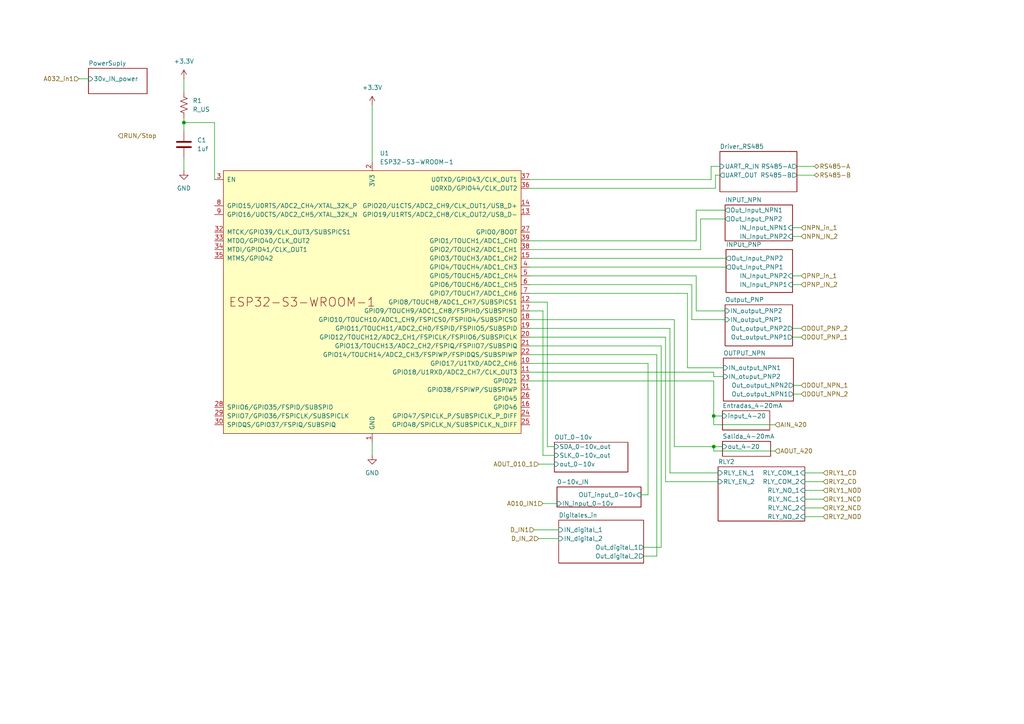
<source format=kicad_sch>
(kicad_sch
	(version 20231120)
	(generator "eeschema")
	(generator_version "8.0")
	(uuid "f979e933-804d-40be-b10f-ee25f17cf887")
	(paper "A4")
	(lib_symbols
		(symbol "Device:C"
			(pin_numbers hide)
			(pin_names
				(offset 0.254)
			)
			(exclude_from_sim no)
			(in_bom yes)
			(on_board yes)
			(property "Reference" "C"
				(at 0.635 2.54 0)
				(effects
					(font
						(size 1.27 1.27)
					)
					(justify left)
				)
			)
			(property "Value" "C"
				(at 0.635 -2.54 0)
				(effects
					(font
						(size 1.27 1.27)
					)
					(justify left)
				)
			)
			(property "Footprint" ""
				(at 0.9652 -3.81 0)
				(effects
					(font
						(size 1.27 1.27)
					)
					(hide yes)
				)
			)
			(property "Datasheet" "~"
				(at 0 0 0)
				(effects
					(font
						(size 1.27 1.27)
					)
					(hide yes)
				)
			)
			(property "Description" "Unpolarized capacitor"
				(at 0 0 0)
				(effects
					(font
						(size 1.27 1.27)
					)
					(hide yes)
				)
			)
			(property "ki_keywords" "cap capacitor"
				(at 0 0 0)
				(effects
					(font
						(size 1.27 1.27)
					)
					(hide yes)
				)
			)
			(property "ki_fp_filters" "C_*"
				(at 0 0 0)
				(effects
					(font
						(size 1.27 1.27)
					)
					(hide yes)
				)
			)
			(symbol "C_0_1"
				(polyline
					(pts
						(xy -2.032 -0.762) (xy 2.032 -0.762)
					)
					(stroke
						(width 0.508)
						(type default)
					)
					(fill
						(type none)
					)
				)
				(polyline
					(pts
						(xy -2.032 0.762) (xy 2.032 0.762)
					)
					(stroke
						(width 0.508)
						(type default)
					)
					(fill
						(type none)
					)
				)
			)
			(symbol "C_1_1"
				(pin passive line
					(at 0 3.81 270)
					(length 2.794)
					(name "~"
						(effects
							(font
								(size 1.27 1.27)
							)
						)
					)
					(number "1"
						(effects
							(font
								(size 1.27 1.27)
							)
						)
					)
				)
				(pin passive line
					(at 0 -3.81 90)
					(length 2.794)
					(name "~"
						(effects
							(font
								(size 1.27 1.27)
							)
						)
					)
					(number "2"
						(effects
							(font
								(size 1.27 1.27)
							)
						)
					)
				)
			)
		)
		(symbol "Device:R_US"
			(pin_numbers hide)
			(pin_names
				(offset 0)
			)
			(exclude_from_sim no)
			(in_bom yes)
			(on_board yes)
			(property "Reference" "R"
				(at 2.54 0 90)
				(effects
					(font
						(size 1.27 1.27)
					)
				)
			)
			(property "Value" "R_US"
				(at -2.54 0 90)
				(effects
					(font
						(size 1.27 1.27)
					)
				)
			)
			(property "Footprint" ""
				(at 1.016 -0.254 90)
				(effects
					(font
						(size 1.27 1.27)
					)
					(hide yes)
				)
			)
			(property "Datasheet" "~"
				(at 0 0 0)
				(effects
					(font
						(size 1.27 1.27)
					)
					(hide yes)
				)
			)
			(property "Description" "Resistor, US symbol"
				(at 0 0 0)
				(effects
					(font
						(size 1.27 1.27)
					)
					(hide yes)
				)
			)
			(property "ki_keywords" "R res resistor"
				(at 0 0 0)
				(effects
					(font
						(size 1.27 1.27)
					)
					(hide yes)
				)
			)
			(property "ki_fp_filters" "R_*"
				(at 0 0 0)
				(effects
					(font
						(size 1.27 1.27)
					)
					(hide yes)
				)
			)
			(symbol "R_US_0_1"
				(polyline
					(pts
						(xy 0 -2.286) (xy 0 -2.54)
					)
					(stroke
						(width 0)
						(type default)
					)
					(fill
						(type none)
					)
				)
				(polyline
					(pts
						(xy 0 2.286) (xy 0 2.54)
					)
					(stroke
						(width 0)
						(type default)
					)
					(fill
						(type none)
					)
				)
				(polyline
					(pts
						(xy 0 -0.762) (xy 1.016 -1.143) (xy 0 -1.524) (xy -1.016 -1.905) (xy 0 -2.286)
					)
					(stroke
						(width 0)
						(type default)
					)
					(fill
						(type none)
					)
				)
				(polyline
					(pts
						(xy 0 0.762) (xy 1.016 0.381) (xy 0 0) (xy -1.016 -0.381) (xy 0 -0.762)
					)
					(stroke
						(width 0)
						(type default)
					)
					(fill
						(type none)
					)
				)
				(polyline
					(pts
						(xy 0 2.286) (xy 1.016 1.905) (xy 0 1.524) (xy -1.016 1.143) (xy 0 0.762)
					)
					(stroke
						(width 0)
						(type default)
					)
					(fill
						(type none)
					)
				)
			)
			(symbol "R_US_1_1"
				(pin passive line
					(at 0 3.81 270)
					(length 1.27)
					(name "~"
						(effects
							(font
								(size 1.27 1.27)
							)
						)
					)
					(number "1"
						(effects
							(font
								(size 1.27 1.27)
							)
						)
					)
				)
				(pin passive line
					(at 0 -3.81 90)
					(length 1.27)
					(name "~"
						(effects
							(font
								(size 1.27 1.27)
							)
						)
					)
					(number "2"
						(effects
							(font
								(size 1.27 1.27)
							)
						)
					)
				)
			)
		)
		(symbol "PCM_Espressif:ESP32-S3-WROOM-1"
			(pin_names
				(offset 1.016)
			)
			(exclude_from_sim no)
			(in_bom yes)
			(on_board yes)
			(property "Reference" "U"
				(at -43.18 43.18 0)
				(effects
					(font
						(size 1.27 1.27)
					)
					(justify left)
				)
			)
			(property "Value" "ESP32-S3-WROOM-1"
				(at -43.18 40.64 0)
				(effects
					(font
						(size 1.27 1.27)
					)
					(justify left)
				)
			)
			(property "Footprint" "PCM_Espressif:ESP32-S3-WROOM-1"
				(at 2.54 -48.26 0)
				(effects
					(font
						(size 1.27 1.27)
					)
					(hide yes)
				)
			)
			(property "Datasheet" "https://www.espressif.com/sites/default/files/documentation/esp32-s3-wroom-1_wroom-1u_datasheet_en.pdf"
				(at 2.54 -50.8 0)
				(effects
					(font
						(size 1.27 1.27)
					)
					(hide yes)
				)
			)
			(property "Description" "2.4 GHz WiFi (802.11 b/g/n) and Bluetooth ® 5 (LE) module Built around ESP32S3 series of SoCs, Xtensa ® dualcore 32bit LX7 microprocessor Flash up to 16 MB, PSRAM up to 8 MB 36 GPIOs, rich set of peripherals Onboard PCB antenna"
				(at 0 0 0)
				(effects
					(font
						(size 1.27 1.27)
					)
					(hide yes)
				)
			)
			(symbol "ESP32-S3-WROOM-1_0_0"
				(text "ESP32-S3-WROOM-1"
					(at -20.32 0 0)
					(effects
						(font
							(size 2.54 2.54)
						)
					)
				)
				(pin power_in line
					(at 0 -40.64 90)
					(length 2.54)
					(name "GND"
						(effects
							(font
								(size 1.27 1.27)
							)
						)
					)
					(number "1"
						(effects
							(font
								(size 1.27 1.27)
							)
						)
					)
				)
				(pin bidirectional line
					(at 45.72 -17.78 180)
					(length 2.54)
					(name "GPIO17/U1TXD/ADC2_CH6"
						(effects
							(font
								(size 1.27 1.27)
							)
						)
					)
					(number "10"
						(effects
							(font
								(size 1.27 1.27)
							)
						)
					)
				)
				(pin bidirectional line
					(at 45.72 -20.32 180)
					(length 2.54)
					(name "GPIO18/U1RXD/ADC2_CH7/CLK_OUT3"
						(effects
							(font
								(size 1.27 1.27)
							)
						)
					)
					(number "11"
						(effects
							(font
								(size 1.27 1.27)
							)
						)
					)
				)
				(pin bidirectional line
					(at 45.72 0 180)
					(length 2.54)
					(name "GPIO8/TOUCH8/ADC1_CH7/SUBSPICS1"
						(effects
							(font
								(size 1.27 1.27)
							)
						)
					)
					(number "12"
						(effects
							(font
								(size 1.27 1.27)
							)
						)
					)
				)
				(pin bidirectional line
					(at 45.72 25.4 180)
					(length 2.54)
					(name "GPIO19/U1RTS/ADC2_CH8/CLK_OUT2/USB_D-"
						(effects
							(font
								(size 1.27 1.27)
							)
						)
					)
					(number "13"
						(effects
							(font
								(size 1.27 1.27)
							)
						)
					)
				)
				(pin bidirectional line
					(at 45.72 27.94 180)
					(length 2.54)
					(name "GPIO20/U1CTS/ADC2_CH9/CLK_OUT1/USB_D+"
						(effects
							(font
								(size 1.27 1.27)
							)
						)
					)
					(number "14"
						(effects
							(font
								(size 1.27 1.27)
							)
						)
					)
				)
				(pin bidirectional line
					(at 45.72 12.7 180)
					(length 2.54)
					(name "GPIO3/TOUCH3/ADC1_CH2"
						(effects
							(font
								(size 1.27 1.27)
							)
						)
					)
					(number "15"
						(effects
							(font
								(size 1.27 1.27)
							)
						)
					)
				)
				(pin bidirectional line
					(at 45.72 -30.48 180)
					(length 2.54)
					(name "GPIO46"
						(effects
							(font
								(size 1.27 1.27)
							)
						)
					)
					(number "16"
						(effects
							(font
								(size 1.27 1.27)
							)
						)
					)
				)
				(pin bidirectional line
					(at 45.72 -2.54 180)
					(length 2.54)
					(name "GPIO9/TOUCH9/ADC1_CH8/FSPIHD/SUBSPIHD"
						(effects
							(font
								(size 1.27 1.27)
							)
						)
					)
					(number "17"
						(effects
							(font
								(size 1.27 1.27)
							)
						)
					)
				)
				(pin bidirectional line
					(at 45.72 -5.08 180)
					(length 2.54)
					(name "GPIO10/TOUCH10/ADC1_CH9/FSPICS0/FSPIIO4/SUBSPICS0"
						(effects
							(font
								(size 1.27 1.27)
							)
						)
					)
					(number "18"
						(effects
							(font
								(size 1.27 1.27)
							)
						)
					)
				)
				(pin bidirectional line
					(at 45.72 -7.62 180)
					(length 2.54)
					(name "GPIO11/TOUCH11/ADC2_CH0/FSPID/FSPIIO5/SUBSPID"
						(effects
							(font
								(size 1.27 1.27)
							)
						)
					)
					(number "19"
						(effects
							(font
								(size 1.27 1.27)
							)
						)
					)
				)
				(pin power_in line
					(at 0 40.64 270)
					(length 2.54)
					(name "3V3"
						(effects
							(font
								(size 1.27 1.27)
							)
						)
					)
					(number "2"
						(effects
							(font
								(size 1.27 1.27)
							)
						)
					)
				)
				(pin bidirectional line
					(at 45.72 -10.16 180)
					(length 2.54)
					(name "GPIO12/TOUCH12/ADC2_CH1/FSPICLK/FSPIIO6/SUBSPICLK"
						(effects
							(font
								(size 1.27 1.27)
							)
						)
					)
					(number "20"
						(effects
							(font
								(size 1.27 1.27)
							)
						)
					)
				)
				(pin bidirectional line
					(at 45.72 -12.7 180)
					(length 2.54)
					(name "GPIO13/TOUCH13/ADC2_CH2/FSPIQ/FSPIIO7/SUBSPIQ"
						(effects
							(font
								(size 1.27 1.27)
							)
						)
					)
					(number "21"
						(effects
							(font
								(size 1.27 1.27)
							)
						)
					)
				)
				(pin bidirectional line
					(at 45.72 -15.24 180)
					(length 2.54)
					(name "GPIO14/TOUCH14/ADC2_CH3/FSPIWP/FSPIDQS/SUBSPIWP"
						(effects
							(font
								(size 1.27 1.27)
							)
						)
					)
					(number "22"
						(effects
							(font
								(size 1.27 1.27)
							)
						)
					)
				)
				(pin bidirectional line
					(at 45.72 -22.86 180)
					(length 2.54)
					(name "GPIO21"
						(effects
							(font
								(size 1.27 1.27)
							)
						)
					)
					(number "23"
						(effects
							(font
								(size 1.27 1.27)
							)
						)
					)
				)
				(pin bidirectional line
					(at 45.72 -33.02 180)
					(length 2.54)
					(name "GPIO47/SPICLK_P/SUBSPICLK_P_DIFF"
						(effects
							(font
								(size 1.27 1.27)
							)
						)
					)
					(number "24"
						(effects
							(font
								(size 1.27 1.27)
							)
						)
					)
				)
				(pin bidirectional line
					(at 45.72 -35.56 180)
					(length 2.54)
					(name "GPIO48/SPICLK_N/SUBSPICLK_N_DIFF"
						(effects
							(font
								(size 1.27 1.27)
							)
						)
					)
					(number "25"
						(effects
							(font
								(size 1.27 1.27)
							)
						)
					)
				)
				(pin bidirectional line
					(at 45.72 -27.94 180)
					(length 2.54)
					(name "GPIO45"
						(effects
							(font
								(size 1.27 1.27)
							)
						)
					)
					(number "26"
						(effects
							(font
								(size 1.27 1.27)
							)
						)
					)
				)
				(pin bidirectional line
					(at 45.72 20.32 180)
					(length 2.54)
					(name "GPIO0/BOOT"
						(effects
							(font
								(size 1.27 1.27)
							)
						)
					)
					(number "27"
						(effects
							(font
								(size 1.27 1.27)
							)
						)
					)
				)
				(pin bidirectional line
					(at -45.72 -30.48 0)
					(length 2.54)
					(name "SPIIO6/GPIO35/FSPID/SUBSPID"
						(effects
							(font
								(size 1.27 1.27)
							)
						)
					)
					(number "28"
						(effects
							(font
								(size 1.27 1.27)
							)
						)
					)
				)
				(pin bidirectional line
					(at -45.72 -33.02 0)
					(length 2.54)
					(name "SPIIO7/GPIO36/FSPICLK/SUBSPICLK"
						(effects
							(font
								(size 1.27 1.27)
							)
						)
					)
					(number "29"
						(effects
							(font
								(size 1.27 1.27)
							)
						)
					)
				)
				(pin input line
					(at -45.72 35.56 0)
					(length 2.54)
					(name "EN"
						(effects
							(font
								(size 1.27 1.27)
							)
						)
					)
					(number "3"
						(effects
							(font
								(size 1.27 1.27)
							)
						)
					)
				)
				(pin bidirectional line
					(at -45.72 -35.56 0)
					(length 2.54)
					(name "SPIDQS/GPIO37/FSPIQ/SUBSPIQ"
						(effects
							(font
								(size 1.27 1.27)
							)
						)
					)
					(number "30"
						(effects
							(font
								(size 1.27 1.27)
							)
						)
					)
				)
				(pin bidirectional line
					(at 45.72 -25.4 180)
					(length 2.54)
					(name "GPIO38/FSPIWP/SUBSPIWP"
						(effects
							(font
								(size 1.27 1.27)
							)
						)
					)
					(number "31"
						(effects
							(font
								(size 1.27 1.27)
							)
						)
					)
				)
				(pin bidirectional line
					(at -45.72 20.32 0)
					(length 2.54)
					(name "MTCK/GPIO39/CLK_OUT3/SUBSPICS1"
						(effects
							(font
								(size 1.27 1.27)
							)
						)
					)
					(number "32"
						(effects
							(font
								(size 1.27 1.27)
							)
						)
					)
				)
				(pin bidirectional line
					(at -45.72 17.78 0)
					(length 2.54)
					(name "MTDO/GPIO40/CLK_OUT2"
						(effects
							(font
								(size 1.27 1.27)
							)
						)
					)
					(number "33"
						(effects
							(font
								(size 1.27 1.27)
							)
						)
					)
				)
				(pin bidirectional line
					(at -45.72 15.24 0)
					(length 2.54)
					(name "MTDI/GPIO41/CLK_OUT1"
						(effects
							(font
								(size 1.27 1.27)
							)
						)
					)
					(number "34"
						(effects
							(font
								(size 1.27 1.27)
							)
						)
					)
				)
				(pin bidirectional line
					(at -45.72 12.7 0)
					(length 2.54)
					(name "MTMS/GPIO42"
						(effects
							(font
								(size 1.27 1.27)
							)
						)
					)
					(number "35"
						(effects
							(font
								(size 1.27 1.27)
							)
						)
					)
				)
				(pin bidirectional line
					(at 45.72 33.02 180)
					(length 2.54)
					(name "U0RXD/GPIO44/CLK_OUT2"
						(effects
							(font
								(size 1.27 1.27)
							)
						)
					)
					(number "36"
						(effects
							(font
								(size 1.27 1.27)
							)
						)
					)
				)
				(pin bidirectional line
					(at 45.72 35.56 180)
					(length 2.54)
					(name "U0TXD/GPIO43/CLK_OUT1"
						(effects
							(font
								(size 1.27 1.27)
							)
						)
					)
					(number "37"
						(effects
							(font
								(size 1.27 1.27)
							)
						)
					)
				)
				(pin bidirectional line
					(at 45.72 15.24 180)
					(length 2.54)
					(name "GPIO2/TOUCH2/ADC1_CH1"
						(effects
							(font
								(size 1.27 1.27)
							)
						)
					)
					(number "38"
						(effects
							(font
								(size 1.27 1.27)
							)
						)
					)
				)
				(pin bidirectional line
					(at 45.72 17.78 180)
					(length 2.54)
					(name "GPIO1/TOUCH1/ADC1_CH0"
						(effects
							(font
								(size 1.27 1.27)
							)
						)
					)
					(number "39"
						(effects
							(font
								(size 1.27 1.27)
							)
						)
					)
				)
				(pin bidirectional line
					(at 45.72 10.16 180)
					(length 2.54)
					(name "GPIO4/TOUCH4/ADC1_CH3"
						(effects
							(font
								(size 1.27 1.27)
							)
						)
					)
					(number "4"
						(effects
							(font
								(size 1.27 1.27)
							)
						)
					)
				)
				(pin passive line
					(at 0 -40.64 90)
					(length 2.54) hide
					(name "GND"
						(effects
							(font
								(size 1.27 1.27)
							)
						)
					)
					(number "40"
						(effects
							(font
								(size 1.27 1.27)
							)
						)
					)
				)
				(pin passive line
					(at 0 -40.64 90)
					(length 2.54) hide
					(name "GND"
						(effects
							(font
								(size 1.27 1.27)
							)
						)
					)
					(number "41"
						(effects
							(font
								(size 1.27 1.27)
							)
						)
					)
				)
				(pin bidirectional line
					(at 45.72 7.62 180)
					(length 2.54)
					(name "GPIO5/TOUCH5/ADC1_CH4"
						(effects
							(font
								(size 1.27 1.27)
							)
						)
					)
					(number "5"
						(effects
							(font
								(size 1.27 1.27)
							)
						)
					)
				)
				(pin bidirectional line
					(at 45.72 5.08 180)
					(length 2.54)
					(name "GPIO6/TOUCH6/ADC1_CH5"
						(effects
							(font
								(size 1.27 1.27)
							)
						)
					)
					(number "6"
						(effects
							(font
								(size 1.27 1.27)
							)
						)
					)
				)
				(pin bidirectional line
					(at 45.72 2.54 180)
					(length 2.54)
					(name "GPIO7/TOUCH7/ADC1_CH6"
						(effects
							(font
								(size 1.27 1.27)
							)
						)
					)
					(number "7"
						(effects
							(font
								(size 1.27 1.27)
							)
						)
					)
				)
				(pin bidirectional line
					(at -45.72 27.94 0)
					(length 2.54)
					(name "GPIO15/U0RTS/ADC2_CH4/XTAL_32K_P"
						(effects
							(font
								(size 1.27 1.27)
							)
						)
					)
					(number "8"
						(effects
							(font
								(size 1.27 1.27)
							)
						)
					)
				)
				(pin bidirectional line
					(at -45.72 25.4 0)
					(length 2.54)
					(name "GPIO16/U0CTS/ADC2_CH5/XTAL_32K_N"
						(effects
							(font
								(size 1.27 1.27)
							)
						)
					)
					(number "9"
						(effects
							(font
								(size 1.27 1.27)
							)
						)
					)
				)
			)
			(symbol "ESP32-S3-WROOM-1_0_1"
				(rectangle
					(start -43.18 38.1)
					(end 43.18 -38.1)
					(stroke
						(width 0)
						(type default)
					)
					(fill
						(type background)
					)
				)
			)
		)
		(symbol "power:+3.3V"
			(power)
			(pin_numbers hide)
			(pin_names
				(offset 0) hide)
			(exclude_from_sim no)
			(in_bom yes)
			(on_board yes)
			(property "Reference" "#PWR"
				(at 0 -3.81 0)
				(effects
					(font
						(size 1.27 1.27)
					)
					(hide yes)
				)
			)
			(property "Value" "+3.3V"
				(at 0 3.556 0)
				(effects
					(font
						(size 1.27 1.27)
					)
				)
			)
			(property "Footprint" ""
				(at 0 0 0)
				(effects
					(font
						(size 1.27 1.27)
					)
					(hide yes)
				)
			)
			(property "Datasheet" ""
				(at 0 0 0)
				(effects
					(font
						(size 1.27 1.27)
					)
					(hide yes)
				)
			)
			(property "Description" "Power symbol creates a global label with name \"+3.3V\""
				(at 0 0 0)
				(effects
					(font
						(size 1.27 1.27)
					)
					(hide yes)
				)
			)
			(property "ki_keywords" "global power"
				(at 0 0 0)
				(effects
					(font
						(size 1.27 1.27)
					)
					(hide yes)
				)
			)
			(symbol "+3.3V_0_1"
				(polyline
					(pts
						(xy -0.762 1.27) (xy 0 2.54)
					)
					(stroke
						(width 0)
						(type default)
					)
					(fill
						(type none)
					)
				)
				(polyline
					(pts
						(xy 0 0) (xy 0 2.54)
					)
					(stroke
						(width 0)
						(type default)
					)
					(fill
						(type none)
					)
				)
				(polyline
					(pts
						(xy 0 2.54) (xy 0.762 1.27)
					)
					(stroke
						(width 0)
						(type default)
					)
					(fill
						(type none)
					)
				)
			)
			(symbol "+3.3V_1_1"
				(pin power_in line
					(at 0 0 90)
					(length 0)
					(name "~"
						(effects
							(font
								(size 1.27 1.27)
							)
						)
					)
					(number "1"
						(effects
							(font
								(size 1.27 1.27)
							)
						)
					)
				)
			)
		)
		(symbol "power:GND"
			(power)
			(pin_numbers hide)
			(pin_names
				(offset 0) hide)
			(exclude_from_sim no)
			(in_bom yes)
			(on_board yes)
			(property "Reference" "#PWR"
				(at 0 -6.35 0)
				(effects
					(font
						(size 1.27 1.27)
					)
					(hide yes)
				)
			)
			(property "Value" "GND"
				(at 0 -3.81 0)
				(effects
					(font
						(size 1.27 1.27)
					)
				)
			)
			(property "Footprint" ""
				(at 0 0 0)
				(effects
					(font
						(size 1.27 1.27)
					)
					(hide yes)
				)
			)
			(property "Datasheet" ""
				(at 0 0 0)
				(effects
					(font
						(size 1.27 1.27)
					)
					(hide yes)
				)
			)
			(property "Description" "Power symbol creates a global label with name \"GND\" , ground"
				(at 0 0 0)
				(effects
					(font
						(size 1.27 1.27)
					)
					(hide yes)
				)
			)
			(property "ki_keywords" "global power"
				(at 0 0 0)
				(effects
					(font
						(size 1.27 1.27)
					)
					(hide yes)
				)
			)
			(symbol "GND_0_1"
				(polyline
					(pts
						(xy 0 0) (xy 0 -1.27) (xy 1.27 -1.27) (xy 0 -2.54) (xy -1.27 -1.27) (xy 0 -1.27)
					)
					(stroke
						(width 0)
						(type default)
					)
					(fill
						(type none)
					)
				)
			)
			(symbol "GND_1_1"
				(pin power_in line
					(at 0 0 270)
					(length 0)
					(name "~"
						(effects
							(font
								(size 1.27 1.27)
							)
						)
					)
					(number "1"
						(effects
							(font
								(size 1.27 1.27)
							)
						)
					)
				)
			)
		)
	)
	(junction
		(at 53.34 35.56)
		(diameter 0)
		(color 0 0 0 0)
		(uuid "01513719-d812-49cc-9465-2d2668fdd495")
	)
	(junction
		(at 207.01 120.65)
		(diameter 0)
		(color 0 0 0 0)
		(uuid "5308cc64-21b9-4668-87ff-c12ca18112e9")
	)
	(junction
		(at 207.01 129.54)
		(diameter 0)
		(color 0 0 0 0)
		(uuid "b7969b88-151e-441e-aa65-8a19b44d9e2a")
	)
	(wire
		(pts
			(xy 207.01 110.49) (xy 207.01 120.65)
		)
		(stroke
			(width 0)
			(type default)
		)
		(uuid "05908759-6b62-4b5b-b395-78d8526e9fe4")
	)
	(wire
		(pts
			(xy 153.67 107.95) (xy 207.01 107.95)
		)
		(stroke
			(width 0)
			(type default)
		)
		(uuid "0c6272c9-d99a-4fce-93cc-01e201d47b02")
	)
	(wire
		(pts
			(xy 233.426 137.16) (xy 238.76 137.16)
		)
		(stroke
			(width 0)
			(type default)
		)
		(uuid "0e60d6f7-f0da-41db-825d-dc8deee929cb")
	)
	(wire
		(pts
			(xy 229.87 95.25) (xy 232.41 95.25)
		)
		(stroke
			(width 0)
			(type default)
		)
		(uuid "102e55ca-8e05-4ca7-b076-987fed25f689")
	)
	(wire
		(pts
			(xy 153.67 85.09) (xy 199.39 85.09)
		)
		(stroke
			(width 0)
			(type default)
		)
		(uuid "1922a629-7c2e-4083-8727-07524c06a8f1")
	)
	(wire
		(pts
			(xy 206.248 52.07) (xy 153.67 52.07)
		)
		(stroke
			(width 0)
			(type default)
		)
		(uuid "1927ae79-1436-43f4-8f6a-4591e3facf5d")
	)
	(wire
		(pts
			(xy 158.75 129.54) (xy 160.782 129.54)
		)
		(stroke
			(width 0)
			(type default)
		)
		(uuid "19665441-8536-4a6b-8c26-0ddc58f972ec")
	)
	(wire
		(pts
			(xy 153.67 90.17) (xy 157.48 90.17)
		)
		(stroke
			(width 0)
			(type default)
		)
		(uuid "1be64f9a-c22b-4463-92d2-49cf2c5a0bf4")
	)
	(wire
		(pts
			(xy 229.87 66.04) (xy 232.41 66.04)
		)
		(stroke
			(width 0)
			(type default)
		)
		(uuid "234d3f82-99af-44a0-8c9e-c88110707db4")
	)
	(wire
		(pts
			(xy 200.66 92.71) (xy 200.66 82.55)
		)
		(stroke
			(width 0)
			(type default)
		)
		(uuid "2781d7a4-b22d-44b0-9562-21274095d02f")
	)
	(wire
		(pts
			(xy 224.79 123.19) (xy 207.01 123.19)
		)
		(stroke
			(width 0)
			(type default)
		)
		(uuid "27a83129-0b06-4ac3-ba6a-164607a69efb")
	)
	(wire
		(pts
			(xy 201.93 60.96) (xy 201.93 69.85)
		)
		(stroke
			(width 0)
			(type default)
		)
		(uuid "295cd8c4-4a64-4a91-9359-bf3198c73ab6")
	)
	(wire
		(pts
			(xy 186.69 158.75) (xy 191.77 158.75)
		)
		(stroke
			(width 0)
			(type default)
		)
		(uuid "2a93b850-1a03-44c9-87ad-74a5479fd03f")
	)
	(wire
		(pts
			(xy 194.31 95.25) (xy 194.31 137.16)
		)
		(stroke
			(width 0)
			(type default)
		)
		(uuid "2abffddb-a146-4d80-8608-5f120b4712e2")
	)
	(wire
		(pts
			(xy 53.34 35.56) (xy 53.34 38.1)
		)
		(stroke
			(width 0)
			(type default)
		)
		(uuid "2e0fc321-bff8-4ed3-8e93-efe14ebebe5b")
	)
	(wire
		(pts
			(xy 62.23 35.56) (xy 53.34 35.56)
		)
		(stroke
			(width 0)
			(type default)
		)
		(uuid "318da6d4-a220-4367-8d3a-e21822e3f5ae")
	)
	(wire
		(pts
			(xy 201.93 80.01) (xy 153.67 80.01)
		)
		(stroke
			(width 0)
			(type default)
		)
		(uuid "3341c7d3-63f8-4f46-a55d-d0537126f584")
	)
	(wire
		(pts
			(xy 203.2 63.5) (xy 210.312 63.5)
		)
		(stroke
			(width 0)
			(type default)
		)
		(uuid "335bc77d-8ad8-4ab9-8a7c-7eed65b16efa")
	)
	(wire
		(pts
			(xy 230.124 114.3) (xy 232.41 114.3)
		)
		(stroke
			(width 0)
			(type default)
		)
		(uuid "35ff120d-430c-4f54-945f-41b20fe4de1b")
	)
	(wire
		(pts
			(xy 207.01 107.95) (xy 207.01 109.22)
		)
		(stroke
			(width 0)
			(type default)
		)
		(uuid "3bffa7ac-08e9-4e7e-8f33-268c18209735")
	)
	(wire
		(pts
			(xy 229.87 80.01) (xy 232.41 80.01)
		)
		(stroke
			(width 0)
			(type default)
		)
		(uuid "3ee12d29-7e93-4a25-862c-1194a99424b4")
	)
	(wire
		(pts
			(xy 231.14 50.8) (xy 236.22 50.8)
		)
		(stroke
			(width 0)
			(type default)
		)
		(uuid "40fc9187-d40f-47bc-ad01-8fbbf90b94e4")
	)
	(wire
		(pts
			(xy 206.248 48.26) (xy 206.248 52.07)
		)
		(stroke
			(width 0)
			(type default)
		)
		(uuid "42c3c870-e88a-4c66-8d3b-ca365527bcda")
	)
	(wire
		(pts
			(xy 187.96 105.41) (xy 187.96 143.51)
		)
		(stroke
			(width 0)
			(type default)
		)
		(uuid "43f181b2-638c-48c2-940c-195ab56b731c")
	)
	(wire
		(pts
			(xy 153.67 102.87) (xy 190.5 102.87)
		)
		(stroke
			(width 0)
			(type default)
		)
		(uuid "4bdf7e28-dc4d-4a32-aea7-fb3d516a205b")
	)
	(wire
		(pts
			(xy 201.93 69.85) (xy 153.67 69.85)
		)
		(stroke
			(width 0)
			(type default)
		)
		(uuid "4ccc2253-a114-40b5-b48e-75acd6c8a2c7")
	)
	(wire
		(pts
			(xy 107.95 128.27) (xy 107.95 132.08)
		)
		(stroke
			(width 0)
			(type default)
		)
		(uuid "4eb08ed6-8c24-4c4d-baed-773f9ff4d738")
	)
	(wire
		(pts
			(xy 186.69 161.29) (xy 190.5 161.29)
		)
		(stroke
			(width 0)
			(type default)
		)
		(uuid "52e396f4-364e-41ba-9ae7-81415f4edd88")
	)
	(wire
		(pts
			(xy 210.312 92.71) (xy 200.66 92.71)
		)
		(stroke
			(width 0)
			(type default)
		)
		(uuid "567b0e39-f591-4d54-b845-764ee36a7456")
	)
	(wire
		(pts
			(xy 207.518 50.8) (xy 207.518 54.61)
		)
		(stroke
			(width 0)
			(type default)
		)
		(uuid "5b345242-537d-4c96-bedb-1937739d7b31")
	)
	(wire
		(pts
			(xy 153.67 100.33) (xy 191.77 100.33)
		)
		(stroke
			(width 0)
			(type default)
		)
		(uuid "63c3f159-63a2-4f5f-b54e-acdca4685a3c")
	)
	(wire
		(pts
			(xy 231.14 48.26) (xy 236.22 48.26)
		)
		(stroke
			(width 0)
			(type default)
		)
		(uuid "63f1047b-4ee6-4a6a-9105-5550ca1e55b6")
	)
	(wire
		(pts
			(xy 229.87 82.55) (xy 232.41 82.55)
		)
		(stroke
			(width 0)
			(type default)
		)
		(uuid "640936f4-91da-441d-952c-c33f79188925")
	)
	(wire
		(pts
			(xy 157.48 90.17) (xy 157.48 132.08)
		)
		(stroke
			(width 0)
			(type default)
		)
		(uuid "6d0d5494-5c96-4605-9f3a-2fb270864656")
	)
	(wire
		(pts
			(xy 207.01 120.65) (xy 209.55 120.65)
		)
		(stroke
			(width 0)
			(type default)
		)
		(uuid "791ea754-2229-4162-afa5-4af9422ceacb")
	)
	(wire
		(pts
			(xy 185.928 143.51) (xy 187.96 143.51)
		)
		(stroke
			(width 0)
			(type default)
		)
		(uuid "79218f34-3269-4c19-a5f8-7c912e629539")
	)
	(wire
		(pts
			(xy 195.58 129.54) (xy 207.01 129.54)
		)
		(stroke
			(width 0)
			(type default)
		)
		(uuid "7a5dc476-9810-47da-b77b-1143f7f4dc48")
	)
	(wire
		(pts
			(xy 53.34 34.29) (xy 53.34 35.56)
		)
		(stroke
			(width 0)
			(type default)
		)
		(uuid "7d319066-2b07-43b0-a884-349d6c60acd3")
	)
	(wire
		(pts
			(xy 229.87 97.79) (xy 232.41 97.79)
		)
		(stroke
			(width 0)
			(type default)
		)
		(uuid "8a466ad3-dab2-4d85-93cb-b39b37fe6118")
	)
	(wire
		(pts
			(xy 224.79 130.81) (xy 207.01 130.81)
		)
		(stroke
			(width 0)
			(type default)
		)
		(uuid "8b4474d1-d0a5-44d7-8b68-5fa256da9e87")
	)
	(wire
		(pts
			(xy 207.518 54.61) (xy 153.67 54.61)
		)
		(stroke
			(width 0)
			(type default)
		)
		(uuid "8c2868d1-f7dc-48f9-ad8e-3f600baef9cb")
	)
	(wire
		(pts
			(xy 201.93 90.17) (xy 201.93 80.01)
		)
		(stroke
			(width 0)
			(type default)
		)
		(uuid "8e1b3e5f-2ee3-4117-96a7-061a58aa7bcd")
	)
	(wire
		(pts
			(xy 206.248 48.26) (xy 208.788 48.26)
		)
		(stroke
			(width 0)
			(type default)
		)
		(uuid "90aa7146-03f4-4abc-8dfa-ae4f7c858fb4")
	)
	(wire
		(pts
			(xy 154.94 153.67) (xy 162.052 153.67)
		)
		(stroke
			(width 0)
			(type default)
		)
		(uuid "91b0ef0a-cfa6-44b0-aeff-f9533c5dd134")
	)
	(wire
		(pts
			(xy 153.67 110.49) (xy 207.01 110.49)
		)
		(stroke
			(width 0)
			(type default)
		)
		(uuid "9c5da71b-7051-46d6-9884-caf3bb8f7a97")
	)
	(wire
		(pts
			(xy 230.124 111.76) (xy 232.41 111.76)
		)
		(stroke
			(width 0)
			(type default)
		)
		(uuid "9f8bafe3-9007-41ee-a227-a7df4d55b576")
	)
	(wire
		(pts
			(xy 200.66 82.55) (xy 153.67 82.55)
		)
		(stroke
			(width 0)
			(type default)
		)
		(uuid "a1102e61-5e35-49dc-af1d-7edaf627cacd")
	)
	(wire
		(pts
			(xy 190.5 102.87) (xy 190.5 161.29)
		)
		(stroke
			(width 0)
			(type default)
		)
		(uuid "a169a2be-6747-4188-9af0-7fd2e875f6f7")
	)
	(wire
		(pts
			(xy 207.01 109.22) (xy 209.804 109.22)
		)
		(stroke
			(width 0)
			(type default)
		)
		(uuid "a2862150-338c-47c7-9b32-11bab0451960")
	)
	(wire
		(pts
			(xy 233.426 147.32) (xy 238.76 147.32)
		)
		(stroke
			(width 0)
			(type default)
		)
		(uuid "a2887a1c-653c-403c-bd21-2bbbbff75956")
	)
	(wire
		(pts
			(xy 156.21 156.21) (xy 162.052 156.21)
		)
		(stroke
			(width 0)
			(type default)
		)
		(uuid "a51acdf9-610e-4d48-95fb-4bfef75452ec")
	)
	(wire
		(pts
			(xy 207.01 129.54) (xy 209.55 129.54)
		)
		(stroke
			(width 0)
			(type default)
		)
		(uuid "a6bed8c4-c9ff-4a2c-bc0a-a20f0cd5caf0")
	)
	(wire
		(pts
			(xy 153.67 74.93) (xy 210.566 74.93)
		)
		(stroke
			(width 0)
			(type default)
		)
		(uuid "a8fe78b6-d8dd-46e2-8d4d-f573b6ec5814")
	)
	(wire
		(pts
			(xy 201.93 60.96) (xy 210.312 60.96)
		)
		(stroke
			(width 0)
			(type default)
		)
		(uuid "aa3edca7-c2b5-42b6-b085-e09b29b37e14")
	)
	(wire
		(pts
			(xy 210.312 90.17) (xy 201.93 90.17)
		)
		(stroke
			(width 0)
			(type default)
		)
		(uuid "aa615fab-590b-4cec-ba06-88e68bb8a5f0")
	)
	(wire
		(pts
			(xy 207.01 130.81) (xy 207.01 129.54)
		)
		(stroke
			(width 0)
			(type default)
		)
		(uuid "ab06eab2-df19-4dce-b9f1-8a6de1725039")
	)
	(wire
		(pts
			(xy 191.77 100.33) (xy 191.77 158.75)
		)
		(stroke
			(width 0)
			(type default)
		)
		(uuid "ab31a462-68cd-4182-b7e3-8198bc806489")
	)
	(wire
		(pts
			(xy 153.67 105.41) (xy 187.96 105.41)
		)
		(stroke
			(width 0)
			(type default)
		)
		(uuid "b00f1696-fa44-41d4-9fc7-378e246c1888")
	)
	(wire
		(pts
			(xy 233.426 139.7) (xy 238.76 139.7)
		)
		(stroke
			(width 0)
			(type default)
		)
		(uuid "b11260f0-96e9-42f5-a59e-38370136f417")
	)
	(wire
		(pts
			(xy 229.87 68.58) (xy 232.41 68.58)
		)
		(stroke
			(width 0)
			(type default)
		)
		(uuid "b3c3a74c-7e3e-4866-9dc4-bfb59e2d4a12")
	)
	(wire
		(pts
			(xy 158.75 87.63) (xy 158.75 129.54)
		)
		(stroke
			(width 0)
			(type default)
		)
		(uuid "b5299d18-7759-471f-804b-449941f1f49d")
	)
	(wire
		(pts
			(xy 153.67 95.25) (xy 194.31 95.25)
		)
		(stroke
			(width 0)
			(type default)
		)
		(uuid "b7c36738-a2cb-4ad6-83c2-9b8ad8e7f325")
	)
	(wire
		(pts
			(xy 194.31 137.16) (xy 208.28 137.16)
		)
		(stroke
			(width 0)
			(type default)
		)
		(uuid "b892c58a-6de3-4e74-8d74-d875ae6986aa")
	)
	(wire
		(pts
			(xy 207.518 50.8) (xy 208.788 50.8)
		)
		(stroke
			(width 0)
			(type default)
		)
		(uuid "b90fdd3b-741e-41e3-854b-4b3b429e0188")
	)
	(wire
		(pts
			(xy 233.426 144.78) (xy 238.76 144.78)
		)
		(stroke
			(width 0)
			(type default)
		)
		(uuid "b916bcac-3221-494c-ad71-d5f69021ad41")
	)
	(wire
		(pts
			(xy 233.426 149.86) (xy 238.76 149.86)
		)
		(stroke
			(width 0)
			(type default)
		)
		(uuid "bd6267a7-f16a-4c12-b51a-d58a963d5dae")
	)
	(wire
		(pts
			(xy 203.2 72.39) (xy 153.67 72.39)
		)
		(stroke
			(width 0)
			(type default)
		)
		(uuid "bfe79a99-e5c5-404a-b8b4-b204553e3fbe")
	)
	(wire
		(pts
			(xy 193.04 139.7) (xy 208.28 139.7)
		)
		(stroke
			(width 0)
			(type default)
		)
		(uuid "cad5d09b-3e4c-4c53-8312-0382871138d3")
	)
	(wire
		(pts
			(xy 22.86 22.86) (xy 25.654 22.86)
		)
		(stroke
			(width 0)
			(type default)
		)
		(uuid "cf8ccb86-245d-482c-b964-6234301726ff")
	)
	(wire
		(pts
			(xy 207.01 120.65) (xy 207.01 123.19)
		)
		(stroke
			(width 0)
			(type default)
		)
		(uuid "d201eda6-f2cf-4669-bb70-b970506e6efa")
	)
	(wire
		(pts
			(xy 156.21 134.62) (xy 160.782 134.62)
		)
		(stroke
			(width 0)
			(type default)
		)
		(uuid "d2b03a64-4da5-4e01-89eb-ee54c76d6877")
	)
	(wire
		(pts
			(xy 53.34 22.86) (xy 53.34 26.67)
		)
		(stroke
			(width 0)
			(type default)
		)
		(uuid "d380735d-19fc-4ce9-bdfd-713e74c5d0cf")
	)
	(wire
		(pts
			(xy 233.426 142.24) (xy 238.76 142.24)
		)
		(stroke
			(width 0)
			(type default)
		)
		(uuid "d3b11e78-a927-45fe-a928-3d9cdc636172")
	)
	(wire
		(pts
			(xy 153.67 92.71) (xy 195.58 92.71)
		)
		(stroke
			(width 0)
			(type default)
		)
		(uuid "d7c6b745-08a3-4cc8-95b3-e5a9017738bf")
	)
	(wire
		(pts
			(xy 195.58 92.71) (xy 195.58 129.54)
		)
		(stroke
			(width 0)
			(type default)
		)
		(uuid "d883a385-6a4d-4083-8c15-394ff563bf9c")
	)
	(wire
		(pts
			(xy 153.67 97.79) (xy 193.04 97.79)
		)
		(stroke
			(width 0)
			(type default)
		)
		(uuid "da74ed10-a14a-4958-837b-1c8a52ff450c")
	)
	(wire
		(pts
			(xy 153.67 77.47) (xy 210.566 77.47)
		)
		(stroke
			(width 0)
			(type default)
		)
		(uuid "dba03206-e06e-42a1-b1fa-4acf8995c970")
	)
	(wire
		(pts
			(xy 193.04 97.79) (xy 193.04 139.7)
		)
		(stroke
			(width 0)
			(type default)
		)
		(uuid "de69659f-4b91-40e2-9a52-ad3c5d73c4b1")
	)
	(wire
		(pts
			(xy 199.39 85.09) (xy 199.39 106.68)
		)
		(stroke
			(width 0)
			(type default)
		)
		(uuid "e2c4b174-4675-4c23-a0b9-9a4fb7d6e769")
	)
	(wire
		(pts
			(xy 153.67 87.63) (xy 158.75 87.63)
		)
		(stroke
			(width 0)
			(type default)
		)
		(uuid "e5ef4db0-8559-4a6b-9c5b-8fade6e9dc3e")
	)
	(wire
		(pts
			(xy 62.23 35.56) (xy 62.23 52.07)
		)
		(stroke
			(width 0)
			(type default)
		)
		(uuid "f6064ca8-4004-4d7e-94f6-905af36ad6d6")
	)
	(wire
		(pts
			(xy 107.95 30.48) (xy 107.95 46.99)
		)
		(stroke
			(width 0)
			(type default)
		)
		(uuid "f61dc268-1fae-4d62-aa55-74c9e86fdfc8")
	)
	(wire
		(pts
			(xy 203.2 63.5) (xy 203.2 72.39)
		)
		(stroke
			(width 0)
			(type default)
		)
		(uuid "f6af3981-a68d-4e42-8d51-fc562b89c283")
	)
	(wire
		(pts
			(xy 199.39 106.68) (xy 209.804 106.68)
		)
		(stroke
			(width 0)
			(type default)
		)
		(uuid "f89f9cf8-7d3f-4346-bc69-5feea7474e38")
	)
	(wire
		(pts
			(xy 157.48 132.08) (xy 160.782 132.08)
		)
		(stroke
			(width 0)
			(type default)
		)
		(uuid "f8d1d7c8-f154-455b-af60-79eca350d9a0")
	)
	(wire
		(pts
			(xy 157.48 146.05) (xy 161.544 146.05)
		)
		(stroke
			(width 0)
			(type default)
		)
		(uuid "fd9fb620-80cd-4b89-bc89-8445b53534b8")
	)
	(wire
		(pts
			(xy 53.34 45.72) (xy 53.34 49.53)
		)
		(stroke
			(width 0)
			(type default)
		)
		(uuid "ff29c954-f625-462f-b1c9-92c7bb0670c3")
	)
	(hierarchical_label "RLY2_NOD"
		(shape input)
		(at 238.76 149.86 0)
		(fields_autoplaced yes)
		(effects
			(font
				(size 1.27 1.27)
			)
			(justify left)
		)
		(uuid "099ac942-290a-4a68-814d-dc8dbba99426")
	)
	(hierarchical_label "NPN_IN_2"
		(shape input)
		(at 232.41 68.58 0)
		(fields_autoplaced yes)
		(effects
			(font
				(size 1.27 1.27)
			)
			(justify left)
		)
		(uuid "1ee5c69a-b015-41df-be59-8ddc6d85a615")
	)
	(hierarchical_label "PNP_in_1"
		(shape input)
		(at 232.41 80.01 0)
		(fields_autoplaced yes)
		(effects
			(font
				(size 1.27 1.27)
			)
			(justify left)
		)
		(uuid "20c03749-a70a-4443-b948-2e8edae2217b")
	)
	(hierarchical_label "AOUT_420"
		(shape input)
		(at 224.79 130.81 0)
		(fields_autoplaced yes)
		(effects
			(font
				(size 1.27 1.27)
			)
			(justify left)
		)
		(uuid "392037da-b333-43c2-94ba-2a4c592923d9")
	)
	(hierarchical_label "RLY1_NOD"
		(shape input)
		(at 238.76 142.24 0)
		(fields_autoplaced yes)
		(effects
			(font
				(size 1.27 1.27)
			)
			(justify left)
		)
		(uuid "3dca6143-7f21-4a49-9de0-4f37b244daec")
	)
	(hierarchical_label "DOUT_NPN_2"
		(shape input)
		(at 232.41 114.3 0)
		(fields_autoplaced yes)
		(effects
			(font
				(size 1.27 1.27)
			)
			(justify left)
		)
		(uuid "3f4bbd3e-9ad0-4261-9aa3-062375993cf8")
	)
	(hierarchical_label "AIN_420"
		(shape input)
		(at 224.79 123.19 0)
		(fields_autoplaced yes)
		(effects
			(font
				(size 1.27 1.27)
			)
			(justify left)
		)
		(uuid "43fedcf7-2aa7-41e9-b487-fd9a12595414")
	)
	(hierarchical_label "A010_IN1"
		(shape input)
		(at 157.48 146.05 180)
		(fields_autoplaced yes)
		(effects
			(font
				(size 1.27 1.27)
			)
			(justify right)
		)
		(uuid "48a9a51a-5fde-400d-8fe7-1c26b9f62bbb")
	)
	(hierarchical_label "PNP_IN_2"
		(shape input)
		(at 232.41 82.55 0)
		(fields_autoplaced yes)
		(effects
			(font
				(size 1.27 1.27)
			)
			(justify left)
		)
		(uuid "50463eae-b867-4d69-9683-9a69d7adc745")
	)
	(hierarchical_label "RLY1_CD"
		(shape input)
		(at 238.76 137.16 0)
		(fields_autoplaced yes)
		(effects
			(font
				(size 1.27 1.27)
			)
			(justify left)
		)
		(uuid "582b1dd8-c9a8-4097-8efc-ef8226e36526")
	)
	(hierarchical_label "AOUT_010_1"
		(shape input)
		(at 156.21 134.62 180)
		(fields_autoplaced yes)
		(effects
			(font
				(size 1.27 1.27)
			)
			(justify right)
		)
		(uuid "5e1d91ae-0a93-4e69-aa8f-118fcc17a1cd")
	)
	(hierarchical_label "RLY2_NCD"
		(shape input)
		(at 238.76 147.32 0)
		(fields_autoplaced yes)
		(effects
			(font
				(size 1.27 1.27)
			)
			(justify left)
		)
		(uuid "70e393c0-3f85-4ff7-a695-6c3f82ed9a74")
	)
	(hierarchical_label "DOUT_PNP_1"
		(shape input)
		(at 232.41 97.79 0)
		(fields_autoplaced yes)
		(effects
			(font
				(size 1.27 1.27)
			)
			(justify left)
		)
		(uuid "7b1637be-bb42-4f9d-a8ca-65cba31dd700")
	)
	(hierarchical_label "RLY2_CD"
		(shape input)
		(at 238.76 139.7 0)
		(fields_autoplaced yes)
		(effects
			(font
				(size 1.27 1.27)
			)
			(justify left)
		)
		(uuid "7b6a6679-e39c-4953-bf2e-388a44510923")
	)
	(hierarchical_label "NPN_in_1"
		(shape input)
		(at 232.41 66.04 0)
		(fields_autoplaced yes)
		(effects
			(font
				(size 1.27 1.27)
			)
			(justify left)
		)
		(uuid "93989989-bb95-4029-88cf-87f0ea820de4")
	)
	(hierarchical_label "DOUT_NPN_1"
		(shape input)
		(at 232.41 111.76 0)
		(fields_autoplaced yes)
		(effects
			(font
				(size 1.27 1.27)
			)
			(justify left)
		)
		(uuid "a5f5c4ae-e0ed-4603-ae1d-9f5e0fbc62aa")
	)
	(hierarchical_label "D_IN_2"
		(shape input)
		(at 156.21 156.21 180)
		(fields_autoplaced yes)
		(effects
			(font
				(size 1.27 1.27)
			)
			(justify right)
		)
		(uuid "b7f2e79f-34e4-4b89-97bc-821937adc99e")
	)
	(hierarchical_label "RS485-B"
		(shape bidirectional)
		(at 236.22 50.8 0)
		(fields_autoplaced yes)
		(effects
			(font
				(size 1.27 1.27)
			)
			(justify left)
		)
		(uuid "c15842f1-35db-4a82-97d9-eccbebaad8cd")
	)
	(hierarchical_label "RS485-A"
		(shape bidirectional)
		(at 236.22 48.26 0)
		(fields_autoplaced yes)
		(effects
			(font
				(size 1.27 1.27)
			)
			(justify left)
		)
		(uuid "cf7f089c-fcd0-485e-8f81-c679301c98bf")
	)
	(hierarchical_label "RLY1_NCD"
		(shape input)
		(at 238.76 144.78 0)
		(fields_autoplaced yes)
		(effects
			(font
				(size 1.27 1.27)
			)
			(justify left)
		)
		(uuid "ddb64c92-1289-4d4a-acdc-50917926cbb6")
	)
	(hierarchical_label "DOUT_PNP_2"
		(shape input)
		(at 232.41 95.25 0)
		(fields_autoplaced yes)
		(effects
			(font
				(size 1.27 1.27)
			)
			(justify left)
		)
		(uuid "df395101-a4bb-4689-bcae-73fd8669f71a")
	)
	(hierarchical_label "A032_in1"
		(shape input)
		(at 22.86 22.86 180)
		(fields_autoplaced yes)
		(effects
			(font
				(size 1.27 1.27)
			)
			(justify right)
		)
		(uuid "e0260041-d159-4385-b8e4-625e9e26e56c")
	)
	(hierarchical_label "RUN{slash}Stop"
		(shape input)
		(at 34.29 39.37 0)
		(fields_autoplaced yes)
		(effects
			(font
				(size 1.27 1.27)
			)
			(justify left)
		)
		(uuid "e1bf6dbe-7e91-46a3-a230-70700fa86de0")
	)
	(hierarchical_label "D_IN1"
		(shape input)
		(at 154.94 153.67 180)
		(fields_autoplaced yes)
		(effects
			(font
				(size 1.27 1.27)
			)
			(justify right)
		)
		(uuid "e7b94e43-f41e-4f79-8412-ee8ef7f4dda8")
	)
	(symbol
		(lib_id "power:GND")
		(at 107.95 132.08 0)
		(unit 1)
		(exclude_from_sim no)
		(in_bom yes)
		(on_board yes)
		(dnp no)
		(fields_autoplaced yes)
		(uuid "12357805-08da-4c93-a161-45b1ad7ccbe0")
		(property "Reference" "#PWR09"
			(at 107.95 138.43 0)
			(effects
				(font
					(size 1.27 1.27)
				)
				(hide yes)
			)
		)
		(property "Value" "GND"
			(at 107.95 137.16 0)
			(effects
				(font
					(size 1.27 1.27)
				)
			)
		)
		(property "Footprint" ""
			(at 107.95 132.08 0)
			(effects
				(font
					(size 1.27 1.27)
				)
				(hide yes)
			)
		)
		(property "Datasheet" ""
			(at 107.95 132.08 0)
			(effects
				(font
					(size 1.27 1.27)
				)
				(hide yes)
			)
		)
		(property "Description" "Power symbol creates a global label with name \"GND\" , ground"
			(at 107.95 132.08 0)
			(effects
				(font
					(size 1.27 1.27)
				)
				(hide yes)
			)
		)
		(pin "1"
			(uuid "44c7efe3-80d9-4141-aa55-95d4cdd2e197")
		)
		(instances
			(project "ZorionX-Nivara"
				(path "/ae5c9891-8291-492e-8a61-8ac340267b67/d47eca49-96e4-4138-8979-47bb60019f67"
					(reference "#PWR09")
					(unit 1)
				)
			)
		)
	)
	(symbol
		(lib_id "power:+3.3V")
		(at 53.34 22.86 0)
		(unit 1)
		(exclude_from_sim no)
		(in_bom yes)
		(on_board yes)
		(dnp no)
		(fields_autoplaced yes)
		(uuid "22fe7abc-e48d-44e1-870c-a48a816f90a2")
		(property "Reference" "#PWR010"
			(at 53.34 26.67 0)
			(effects
				(font
					(size 1.27 1.27)
				)
				(hide yes)
			)
		)
		(property "Value" "+3.3V"
			(at 53.34 17.78 0)
			(effects
				(font
					(size 1.27 1.27)
				)
			)
		)
		(property "Footprint" ""
			(at 53.34 22.86 0)
			(effects
				(font
					(size 1.27 1.27)
				)
				(hide yes)
			)
		)
		(property "Datasheet" ""
			(at 53.34 22.86 0)
			(effects
				(font
					(size 1.27 1.27)
				)
				(hide yes)
			)
		)
		(property "Description" "Power symbol creates a global label with name \"+3.3V\""
			(at 53.34 22.86 0)
			(effects
				(font
					(size 1.27 1.27)
				)
				(hide yes)
			)
		)
		(pin "1"
			(uuid "f1ae7bda-946d-4485-abaa-16987d02c3ea")
		)
		(instances
			(project "ZorionX-Nivara"
				(path "/ae5c9891-8291-492e-8a61-8ac340267b67/d47eca49-96e4-4138-8979-47bb60019f67"
					(reference "#PWR010")
					(unit 1)
				)
			)
		)
	)
	(symbol
		(lib_id "Device:C")
		(at 53.34 41.91 0)
		(unit 1)
		(exclude_from_sim no)
		(in_bom yes)
		(on_board yes)
		(dnp no)
		(fields_autoplaced yes)
		(uuid "663c4117-0184-404c-9064-d3a4bd0d3e18")
		(property "Reference" "C1"
			(at 57.15 40.6399 0)
			(effects
				(font
					(size 1.27 1.27)
				)
				(justify left)
			)
		)
		(property "Value" "1uf"
			(at 57.15 43.1799 0)
			(effects
				(font
					(size 1.27 1.27)
				)
				(justify left)
			)
		)
		(property "Footprint" "Capacitor_SMD:C_0603_1608Metric"
			(at 54.3052 45.72 0)
			(effects
				(font
					(size 1.27 1.27)
				)
				(hide yes)
			)
		)
		(property "Datasheet" "~"
			(at 53.34 41.91 0)
			(effects
				(font
					(size 1.27 1.27)
				)
				(hide yes)
			)
		)
		(property "Description" "Unpolarized capacitor"
			(at 53.34 41.91 0)
			(effects
				(font
					(size 1.27 1.27)
				)
				(hide yes)
			)
		)
		(pin "2"
			(uuid "2c6fb08c-7e3b-4d30-9a21-82d0e8b898f9")
		)
		(pin "1"
			(uuid "59899a28-82c2-43f2-bdba-722982efeb35")
		)
		(instances
			(project "ZorionX-Nivara"
				(path "/ae5c9891-8291-492e-8a61-8ac340267b67/d47eca49-96e4-4138-8979-47bb60019f67"
					(reference "C1")
					(unit 1)
				)
			)
		)
	)
	(symbol
		(lib_id "PCM_Espressif:ESP32-S3-WROOM-1")
		(at 107.95 87.63 0)
		(unit 1)
		(exclude_from_sim no)
		(in_bom yes)
		(on_board yes)
		(dnp no)
		(fields_autoplaced yes)
		(uuid "67df8ad4-66be-40a8-ba61-f682b78fbc67")
		(property "Reference" "U1"
			(at 110.1441 44.45 0)
			(effects
				(font
					(size 1.27 1.27)
				)
				(justify left)
			)
		)
		(property "Value" "ESP32-S3-WROOM-1"
			(at 110.1441 46.99 0)
			(effects
				(font
					(size 1.27 1.27)
				)
				(justify left)
			)
		)
		(property "Footprint" "PCM_Espressif:ESP32-S3-WROOM-1"
			(at 110.49 135.89 0)
			(effects
				(font
					(size 1.27 1.27)
				)
				(hide yes)
			)
		)
		(property "Datasheet" "https://www.espressif.com/sites/default/files/documentation/esp32-s3-wroom-1_wroom-1u_datasheet_en.pdf"
			(at 110.49 138.43 0)
			(effects
				(font
					(size 1.27 1.27)
				)
				(hide yes)
			)
		)
		(property "Description" "2.4 GHz WiFi (802.11 b/g/n) and Bluetooth ® 5 (LE) module Built around ESP32S3 series of SoCs, Xtensa ® dualcore 32bit LX7 microprocessor Flash up to 16 MB, PSRAM up to 8 MB 36 GPIOs, rich set of peripherals Onboard PCB antenna"
			(at 107.95 87.63 0)
			(effects
				(font
					(size 1.27 1.27)
				)
				(hide yes)
			)
		)
		(pin "21"
			(uuid "cc9ffeed-a251-40b7-a994-9195ea9f5f9f")
		)
		(pin "13"
			(uuid "50fe70cf-9542-4bd9-80ae-bfa3c3f6dcbc")
		)
		(pin "28"
			(uuid "f07a80cd-1d81-425c-a311-8d0a355bf7bd")
		)
		(pin "3"
			(uuid "e651474c-cacc-49e8-8090-b9c9acd318f8")
		)
		(pin "16"
			(uuid "cf6e7365-8d63-4721-b521-3631da3f987e")
		)
		(pin "35"
			(uuid "c9f90ad0-8c6d-4d10-9fe7-66590e0e0782")
		)
		(pin "10"
			(uuid "741519e0-0f3e-4604-b247-ceec9db0571a")
		)
		(pin "32"
			(uuid "2850019b-e982-4d72-8a87-282c66cee946")
		)
		(pin "25"
			(uuid "180defe2-ab1f-49c2-af03-12329d40e313")
		)
		(pin "26"
			(uuid "52d17464-b3f4-438e-adca-09576b7303d2")
		)
		(pin "36"
			(uuid "d11eb693-499e-4aef-b25d-ae5572184d89")
		)
		(pin "6"
			(uuid "6fe81501-625b-4759-b14a-299461cf2fa0")
		)
		(pin "33"
			(uuid "e837be63-4c62-4914-affe-a6af26dde166")
		)
		(pin "34"
			(uuid "da3d0e56-a7e2-4f69-ad3e-8c291d020fe5")
		)
		(pin "22"
			(uuid "ebf5bb25-57b3-42ba-84b9-52ec58856106")
		)
		(pin "40"
			(uuid "380c61bb-18a9-44fc-bc42-245a4e2ec10b")
		)
		(pin "18"
			(uuid "1007b42d-64f5-45e7-b99d-7fc03b6d3b5b")
		)
		(pin "38"
			(uuid "7c1b9d0c-f3d2-4c41-82f2-4c6ecda4dfcf")
		)
		(pin "12"
			(uuid "9cc4d548-e806-4fa8-85fc-cdcd271b01cc")
		)
		(pin "24"
			(uuid "22fb7d43-3ffe-4e6b-b08c-ef506b220d9b")
		)
		(pin "4"
			(uuid "04a2f4c8-e722-4bd0-b291-e89b47672f42")
		)
		(pin "41"
			(uuid "b0e97cba-94eb-4b99-b743-caafa99f1194")
		)
		(pin "20"
			(uuid "1651b4da-e262-402c-945a-be91a441a942")
		)
		(pin "7"
			(uuid "94252a8a-9b95-4ed6-aee1-0a7f75d28ceb")
		)
		(pin "1"
			(uuid "f9b67c68-14a9-4872-bf8e-f6a5afa60432")
		)
		(pin "14"
			(uuid "745c86cd-8e9e-49a0-a2c1-9757cc142fea")
		)
		(pin "2"
			(uuid "c3560b26-bf8a-417d-85f0-a6efebf2699c")
		)
		(pin "30"
			(uuid "38b8fe82-af5f-43f9-a44b-290e209a5bf0")
		)
		(pin "11"
			(uuid "2a08dc57-bbcc-444e-a6e8-96490744b640")
		)
		(pin "31"
			(uuid "e7ef617f-9e0d-4db7-8625-9566ac4d8e00")
		)
		(pin "39"
			(uuid "116aa381-0ca8-48fb-b69c-573a729d236d")
		)
		(pin "8"
			(uuid "b89de3c3-c962-4209-84dd-54dffbbed2cf")
		)
		(pin "23"
			(uuid "48916143-eac0-43df-80e8-61d7d87a930f")
		)
		(pin "19"
			(uuid "a2c23840-89d2-4cfd-98d8-19d6c6baf9bd")
		)
		(pin "15"
			(uuid "8548f7d4-4b3f-4dac-a8a3-ed3511109aa6")
		)
		(pin "27"
			(uuid "000df80f-485d-4aa6-a7aa-5ba93dbeaa25")
		)
		(pin "17"
			(uuid "b7d7fb02-577a-49fe-8fcf-36722b207487")
		)
		(pin "29"
			(uuid "381c9049-90ee-4512-8e67-9ea7c8b3f340")
		)
		(pin "37"
			(uuid "d6efa91e-201d-404c-a3b4-4746ec3b4125")
		)
		(pin "5"
			(uuid "6f04d398-40a1-4b50-bc76-2119751f8fe8")
		)
		(pin "9"
			(uuid "aac46c91-2bce-40dd-aa55-101299e95d81")
		)
		(instances
			(project "ZorionX-Nivara"
				(path "/ae5c9891-8291-492e-8a61-8ac340267b67/d47eca49-96e4-4138-8979-47bb60019f67"
					(reference "U1")
					(unit 1)
				)
			)
		)
	)
	(symbol
		(lib_id "power:GND")
		(at 53.34 49.53 0)
		(unit 1)
		(exclude_from_sim no)
		(in_bom yes)
		(on_board yes)
		(dnp no)
		(fields_autoplaced yes)
		(uuid "715a968e-afca-47ec-9bec-e5e688a8b68a")
		(property "Reference" "#PWR011"
			(at 53.34 55.88 0)
			(effects
				(font
					(size 1.27 1.27)
				)
				(hide yes)
			)
		)
		(property "Value" "GND"
			(at 53.34 54.61 0)
			(effects
				(font
					(size 1.27 1.27)
				)
			)
		)
		(property "Footprint" ""
			(at 53.34 49.53 0)
			(effects
				(font
					(size 1.27 1.27)
				)
				(hide yes)
			)
		)
		(property "Datasheet" ""
			(at 53.34 49.53 0)
			(effects
				(font
					(size 1.27 1.27)
				)
				(hide yes)
			)
		)
		(property "Description" "Power symbol creates a global label with name \"GND\" , ground"
			(at 53.34 49.53 0)
			(effects
				(font
					(size 1.27 1.27)
				)
				(hide yes)
			)
		)
		(pin "1"
			(uuid "ff4efc13-51c4-4f43-87f7-ebdb3de0f94c")
		)
		(instances
			(project "ZorionX-Nivara"
				(path "/ae5c9891-8291-492e-8a61-8ac340267b67/d47eca49-96e4-4138-8979-47bb60019f67"
					(reference "#PWR011")
					(unit 1)
				)
			)
		)
	)
	(symbol
		(lib_id "Device:R_US")
		(at 53.34 30.48 0)
		(unit 1)
		(exclude_from_sim no)
		(in_bom yes)
		(on_board yes)
		(dnp no)
		(fields_autoplaced yes)
		(uuid "896d681c-d27f-48fd-b343-2b3996dd62dc")
		(property "Reference" "R1"
			(at 55.88 29.2099 0)
			(effects
				(font
					(size 1.27 1.27)
				)
				(justify left)
			)
		)
		(property "Value" "R_US"
			(at 55.88 31.7499 0)
			(effects
				(font
					(size 1.27 1.27)
				)
				(justify left)
			)
		)
		(property "Footprint" "Resistor_SMD:R_0603_1608Metric"
			(at 54.356 30.734 90)
			(effects
				(font
					(size 1.27 1.27)
				)
				(hide yes)
			)
		)
		(property "Datasheet" "~"
			(at 53.34 30.48 0)
			(effects
				(font
					(size 1.27 1.27)
				)
				(hide yes)
			)
		)
		(property "Description" "Resistor, US symbol"
			(at 53.34 30.48 0)
			(effects
				(font
					(size 1.27 1.27)
				)
				(hide yes)
			)
		)
		(pin "1"
			(uuid "66a05194-f49a-4925-806b-703dd1d8b505")
		)
		(pin "2"
			(uuid "abab52a7-a3d0-4524-b6af-bc1d7b1e5390")
		)
		(instances
			(project "ZorionX-Nivara"
				(path "/ae5c9891-8291-492e-8a61-8ac340267b67/d47eca49-96e4-4138-8979-47bb60019f67"
					(reference "R1")
					(unit 1)
				)
			)
		)
	)
	(symbol
		(lib_id "power:+3.3V")
		(at 107.95 30.48 0)
		(unit 1)
		(exclude_from_sim no)
		(in_bom yes)
		(on_board yes)
		(dnp no)
		(fields_autoplaced yes)
		(uuid "adf5f76d-72ed-4c43-84dd-e7176f262fa3")
		(property "Reference" "#PWR08"
			(at 107.95 34.29 0)
			(effects
				(font
					(size 1.27 1.27)
				)
				(hide yes)
			)
		)
		(property "Value" "+3.3V"
			(at 107.95 25.4 0)
			(effects
				(font
					(size 1.27 1.27)
				)
			)
		)
		(property "Footprint" ""
			(at 107.95 30.48 0)
			(effects
				(font
					(size 1.27 1.27)
				)
				(hide yes)
			)
		)
		(property "Datasheet" ""
			(at 107.95 30.48 0)
			(effects
				(font
					(size 1.27 1.27)
				)
				(hide yes)
			)
		)
		(property "Description" "Power symbol creates a global label with name \"+3.3V\""
			(at 107.95 30.48 0)
			(effects
				(font
					(size 1.27 1.27)
				)
				(hide yes)
			)
		)
		(pin "1"
			(uuid "8b3ac812-ee62-43a9-a91b-31bf60d3cae5")
		)
		(instances
			(project "ZorionX-Nivara"
				(path "/ae5c9891-8291-492e-8a61-8ac340267b67/d47eca49-96e4-4138-8979-47bb60019f67"
					(reference "#PWR08")
					(unit 1)
				)
			)
		)
	)
	(sheet
		(at 160.782 128.27)
		(size 21.336 8.636)
		(fields_autoplaced yes)
		(stroke
			(width 0.1524)
			(type solid)
		)
		(fill
			(color 0 0 0 0.0000)
		)
		(uuid "0ee5674e-5226-4ebb-9d35-341cfb3e3a28")
		(property "Sheetname" "OUT_0-10v"
			(at 160.782 127.5584 0)
			(effects
				(font
					(size 1.27 1.27)
				)
				(justify left bottom)
			)
		)
		(property "Sheetfile" "OUT_0-10v.kicad_sch"
			(at 160.782 137.4906 0)
			(effects
				(font
					(size 1.27 1.27)
				)
				(justify left top)
				(hide yes)
			)
		)
		(pin "SDA_0-10v_out" input
			(at 160.782 129.54 180)
			(effects
				(font
					(size 1.27 1.27)
				)
				(justify left)
			)
			(uuid "1e82694f-8a07-456a-b810-687da63f840b")
		)
		(pin "SLK_0-10v_out" input
			(at 160.782 132.08 180)
			(effects
				(font
					(size 1.27 1.27)
				)
				(justify left)
			)
			(uuid "0e355bf3-20fb-45f0-b365-8376c5ebab9c")
		)
		(pin "out_0-10v" input
			(at 160.782 134.62 180)
			(effects
				(font
					(size 1.27 1.27)
				)
				(justify left)
			)
			(uuid "01ccc8e5-7907-483b-bea8-b7e584cb1a9c")
		)
		(instances
			(project "ZorionX-Nivara"
				(path "/ae5c9891-8291-492e-8a61-8ac340267b67/d47eca49-96e4-4138-8979-47bb60019f67"
					(page "14")
				)
			)
		)
	)
	(sheet
		(at 162.052 150.876)
		(size 24.638 12.446)
		(fields_autoplaced yes)
		(stroke
			(width 0.1524)
			(type solid)
		)
		(fill
			(color 0 0 0 0.0000)
		)
		(uuid "3d176eaa-3676-41d3-89f3-29854437171e")
		(property "Sheetname" "Digitales_in"
			(at 162.052 150.1644 0)
			(effects
				(font
					(size 1.27 1.27)
				)
				(justify left bottom)
			)
		)
		(property "Sheetfile" "Digitales_in.kicad_sch"
			(at 162.052 163.9066 0)
			(effects
				(font
					(size 1.27 1.27)
				)
				(justify left top)
				(hide yes)
			)
		)
		(pin "Out_digital_2" output
			(at 186.69 161.29 0)
			(effects
				(font
					(size 1.27 1.27)
				)
				(justify right)
			)
			(uuid "6285f90f-4f5c-44b8-b2b4-447755aef74c")
		)
		(pin "IN_digital_2" input
			(at 162.052 156.21 180)
			(effects
				(font
					(size 1.27 1.27)
				)
				(justify left)
			)
			(uuid "2d69351c-8a5a-46ff-a784-1e6f8e49db3b")
		)
		(pin "Out_digital_1" output
			(at 186.69 158.75 0)
			(effects
				(font
					(size 1.27 1.27)
				)
				(justify right)
			)
			(uuid "c9793c35-7d6b-4f17-9a73-107dbb32eaa1")
		)
		(pin "IN_digital_1" input
			(at 162.052 153.67 180)
			(effects
				(font
					(size 1.27 1.27)
				)
				(justify left)
			)
			(uuid "d68a82db-3ea4-4d19-b41d-e5348ed5e7fd")
		)
		(instances
			(project "ZorionX-Nivara"
				(path "/ae5c9891-8291-492e-8a61-8ac340267b67/d47eca49-96e4-4138-8979-47bb60019f67"
					(page "12")
				)
			)
		)
	)
	(sheet
		(at 209.55 128.016)
		(size 13.97 4.318)
		(fields_autoplaced yes)
		(stroke
			(width 0.1524)
			(type solid)
		)
		(fill
			(color 0 0 0 0.0000)
		)
		(uuid "43762a2a-c8cc-4eec-9f6c-e850649c26e5")
		(property "Sheetname" "Salida_4-20mA"
			(at 209.55 127.3044 0)
			(effects
				(font
					(size 1.27 1.27)
				)
				(justify left bottom)
			)
		)
		(property "Sheetfile" "Salida_4-20mA.kicad_sch"
			(at 209.55 132.9186 0)
			(effects
				(font
					(size 1.27 1.27)
				)
				(justify left top)
				(hide yes)
			)
		)
		(pin "out_4-20" input
			(at 209.55 129.54 180)
			(effects
				(font
					(size 1.27 1.27)
				)
				(justify left)
			)
			(uuid "b2f83410-63b4-4e7f-ae4f-ec13629a5be2")
		)
		(instances
			(project "ZorionX-Nivara"
				(path "/ae5c9891-8291-492e-8a61-8ac340267b67/d47eca49-96e4-4138-8979-47bb60019f67"
					(page "12")
				)
			)
		)
	)
	(sheet
		(at 25.654 19.812)
		(size 17.018 7.366)
		(fields_autoplaced yes)
		(stroke
			(width 0.1524)
			(type solid)
		)
		(fill
			(color 0 0 0 0.0000)
		)
		(uuid "67b154d6-e51e-4b3c-869c-5576b054501d")
		(property "Sheetname" "PowerSuply"
			(at 25.654 19.1004 0)
			(effects
				(font
					(size 1.27 1.27)
				)
				(justify left bottom)
			)
		)
		(property "Sheetfile" "PowerSuply.kicad_sch"
			(at 25.654 27.7626 0)
			(effects
				(font
					(size 1.27 1.27)
				)
				(justify left top)
				(hide yes)
			)
		)
		(pin "30v_IN_power" input
			(at 25.654 22.86 180)
			(effects
				(font
					(size 1.27 1.27)
				)
				(justify left)
			)
			(uuid "2e631377-df9b-43e2-92fb-9966f3169928")
		)
		(instances
			(project "ZorionX-Nivara"
				(path "/ae5c9891-8291-492e-8a61-8ac340267b67/d47eca49-96e4-4138-8979-47bb60019f67"
					(page "3")
				)
			)
		)
	)
	(sheet
		(at 209.55 119.126)
		(size 13.716 5.588)
		(fields_autoplaced yes)
		(stroke
			(width 0.1524)
			(type solid)
		)
		(fill
			(color 0 0 0 0.0000)
		)
		(uuid "8ab61b39-1f58-4da1-b5b2-1eed8c60a553")
		(property "Sheetname" "Entradas_4-20mA"
			(at 209.55 118.4144 0)
			(effects
				(font
					(size 1.27 1.27)
				)
				(justify left bottom)
			)
		)
		(property "Sheetfile" "Entradas_4-20mA.kicad_sch"
			(at 209.55 125.2986 0)
			(effects
				(font
					(size 1.27 1.27)
				)
				(justify left top)
				(hide yes)
			)
		)
		(property "Campo2" ""
			(at 209.55 119.126 0)
			(effects
				(font
					(size 1.27 1.27)
				)
				(hide yes)
			)
		)
		(property "Campo3" ""
			(at 209.55 119.126 0)
			(effects
				(font
					(size 1.27 1.27)
				)
				(hide yes)
			)
		)
		(pin "input_4-20" input
			(at 209.55 120.65 180)
			(effects
				(font
					(size 1.27 1.27)
				)
				(justify left)
			)
			(uuid "57f518ca-fea6-497d-8f87-6ebd2b914b35")
		)
		(instances
			(project "ZorionX-Nivara"
				(path "/ae5c9891-8291-492e-8a61-8ac340267b67/d47eca49-96e4-4138-8979-47bb60019f67"
					(page "11")
				)
			)
		)
	)
	(sheet
		(at 208.28 135.382)
		(size 25.146 15.748)
		(fields_autoplaced yes)
		(stroke
			(width 0.1524)
			(type solid)
		)
		(fill
			(color 0 0 0 0.0000)
		)
		(uuid "9ab4ce65-8581-414e-970a-d59ef8bef45f")
		(property "Sheetname" "RLY2"
			(at 208.28 134.6704 0)
			(effects
				(font
					(size 1.27 1.27)
				)
				(justify left bottom)
			)
		)
		(property "Sheetfile" "Output_npn.kicad_sch"
			(at 208.28 151.7146 0)
			(effects
				(font
					(size 1.27 1.27)
				)
				(justify left top)
				(hide yes)
			)
		)
		(pin "RLY_EN_2" input
			(at 208.28 139.7 180)
			(effects
				(font
					(size 1.27 1.27)
				)
				(justify left)
			)
			(uuid "b9cb3778-8560-469e-aa19-0b2183cdf5b3")
		)
		(pin "RLY_EN_1" input
			(at 208.28 137.16 180)
			(effects
				(font
					(size 1.27 1.27)
				)
				(justify left)
			)
			(uuid "80f4c496-f4ed-4ff9-90e4-d329fbc795e8")
		)
		(pin "RLY_COM_1" input
			(at 233.426 137.16 0)
			(effects
				(font
					(size 1.27 1.27)
				)
				(justify right)
			)
			(uuid "46d67a97-2c2d-46d1-a02c-9e10e5109b39")
		)
		(pin "RLY_COM_2" input
			(at 233.426 139.7 0)
			(effects
				(font
					(size 1.27 1.27)
				)
				(justify right)
			)
			(uuid "e14f7804-80bc-4e2d-810b-4c423f122e38")
		)
		(pin "RLY_NO_1" input
			(at 233.426 142.24 0)
			(effects
				(font
					(size 1.27 1.27)
				)
				(justify right)
			)
			(uuid "6ed3d610-9d3e-42ca-9558-ce94017b339a")
		)
		(pin "RLY_NC_1" input
			(at 233.426 144.78 0)
			(effects
				(font
					(size 1.27 1.27)
				)
				(justify right)
			)
			(uuid "93533973-8c12-40d0-88c4-fb12d45c66ba")
		)
		(pin "RLY_NC_2" input
			(at 233.426 147.32 0)
			(effects
				(font
					(size 1.27 1.27)
				)
				(justify right)
			)
			(uuid "3ab7035d-709e-4686-9a4e-89e93e61d258")
		)
		(pin "RLY_NO_2" input
			(at 233.426 149.86 0)
			(effects
				(font
					(size 1.27 1.27)
				)
				(justify right)
			)
			(uuid "7f53ccbb-3b29-41c5-8a3b-21a406a98a50")
		)
		(instances
			(project "ZorionX-Nivara"
				(path "/ae5c9891-8291-492e-8a61-8ac340267b67/d47eca49-96e4-4138-8979-47bb60019f67"
					(page "10")
				)
			)
		)
	)
	(sheet
		(at 209.804 103.886)
		(size 20.32 12.446)
		(fields_autoplaced yes)
		(stroke
			(width 0.1524)
			(type solid)
		)
		(fill
			(color 0 0 0 0.0000)
		)
		(uuid "a861ea7e-2f53-4357-9b1d-7e48dc96ca0d")
		(property "Sheetname" "OUTPUT_NPN"
			(at 209.804 103.1744 0)
			(effects
				(font
					(size 1.27 1.27)
				)
				(justify left bottom)
			)
		)
		(property "Sheetfile" "Input_PNP.kicad_sch"
			(at 209.804 116.9166 0)
			(effects
				(font
					(size 1.27 1.27)
				)
				(justify left top)
				(hide yes)
			)
		)
		(pin "IN_otuput_PNP2" input
			(at 209.804 109.22 180)
			(effects
				(font
					(size 1.27 1.27)
				)
				(justify left)
			)
			(uuid "716f9264-20fd-414b-a566-8b1d56e6ea22")
		)
		(pin "IN_output_NPN1" input
			(at 209.804 106.68 180)
			(effects
				(font
					(size 1.27 1.27)
				)
				(justify left)
			)
			(uuid "b2ba91e8-7afb-4097-bae5-1316ba520edc")
		)
		(pin "Out_output_NPN1" output
			(at 230.124 114.3 0)
			(effects
				(font
					(size 1.27 1.27)
				)
				(justify right)
			)
			(uuid "f5321e38-448d-49fd-aa2c-d6f1f9823723")
		)
		(pin "Out_output_NPN2" output
			(at 230.124 111.76 0)
			(effects
				(font
					(size 1.27 1.27)
				)
				(justify right)
			)
			(uuid "3a7c2d1f-5393-4012-b58e-4c1d8db8b4d9")
		)
		(instances
			(project "ZorionX-Nivara"
				(path "/ae5c9891-8291-492e-8a61-8ac340267b67/d47eca49-96e4-4138-8979-47bb60019f67"
					(page "6")
				)
			)
		)
	)
	(sheet
		(at 210.312 59.436)
		(size 19.558 10.414)
		(fields_autoplaced yes)
		(stroke
			(width 0.1524)
			(type solid)
		)
		(fill
			(color 0 0 0 0.0000)
		)
		(uuid "adb5ea1a-f543-41dd-85af-e4ecb7e623bb")
		(property "Sheetname" "INPUT_NPN"
			(at 210.312 58.7244 0)
			(effects
				(font
					(size 1.27 1.27)
				)
				(justify left bottom)
			)
		)
		(property "Sheetfile" "untitled.kicad_sch"
			(at 210.312 70.4346 0)
			(effects
				(font
					(size 1.27 1.27)
				)
				(justify left top)
				(hide yes)
			)
		)
		(pin "IN_Input_NPN1" input
			(at 229.87 66.04 0)
			(effects
				(font
					(size 1.27 1.27)
				)
				(justify right)
			)
			(uuid "66064767-9f22-4b2a-97bd-3593355a4b1b")
		)
		(pin "Out_Input_NPN1" output
			(at 210.312 60.96 180)
			(effects
				(font
					(size 1.27 1.27)
				)
				(justify left)
			)
			(uuid "69703a94-d96a-4993-ab46-6024fb07e063")
		)
		(pin "IN_Input_PNP2" input
			(at 229.87 68.58 0)
			(effects
				(font
					(size 1.27 1.27)
				)
				(justify right)
			)
			(uuid "a9744f72-3c09-4049-867a-3de26669a019")
		)
		(pin "Out_Input_PNP2" output
			(at 210.312 63.5 180)
			(effects
				(font
					(size 1.27 1.27)
				)
				(justify left)
			)
			(uuid "ad23d76c-3980-423f-8f7a-bc2b7a8cdbad")
		)
		(instances
			(project "ZorionX-Nivara"
				(path "/ae5c9891-8291-492e-8a61-8ac340267b67/d47eca49-96e4-4138-8979-47bb60019f67"
					(page "12")
				)
			)
		)
	)
	(sheet
		(at 210.312 88.392)
		(size 19.558 11.938)
		(fields_autoplaced yes)
		(stroke
			(width 0.1524)
			(type solid)
		)
		(fill
			(color 0 0 0 0.0000)
		)
		(uuid "bc9617ee-273e-462d-a7e9-6cda68a85dae")
		(property "Sheetname" "Output_PNP"
			(at 210.312 87.6804 0)
			(effects
				(font
					(size 1.27 1.27)
				)
				(justify left bottom)
			)
		)
		(property "Sheetfile" "Output_PNP.kicad_sch"
			(at 210.312 100.9146 0)
			(effects
				(font
					(size 1.27 1.27)
				)
				(justify left top)
				(hide yes)
			)
		)
		(pin "Out_output_PNP2" output
			(at 229.87 95.25 0)
			(effects
				(font
					(size 1.27 1.27)
				)
				(justify right)
			)
			(uuid "e08feb9e-f363-4956-adc5-0d669d376c53")
		)
		(pin "Out_output_PNP1" output
			(at 229.87 97.79 0)
			(effects
				(font
					(size 1.27 1.27)
				)
				(justify right)
			)
			(uuid "ed04eca4-4c5c-4439-9bcb-5a851863db9d")
		)
		(pin "IN_output_PNP2" input
			(at 210.312 90.17 180)
			(effects
				(font
					(size 1.27 1.27)
				)
				(justify left)
			)
			(uuid "9a37ba3f-98e6-4359-9359-8d842c43cb3a")
		)
		(pin "IN_output_PNP1" input
			(at 210.312 92.71 180)
			(effects
				(font
					(size 1.27 1.27)
				)
				(justify left)
			)
			(uuid "566fa3b3-34f7-4204-bcc4-a09feb1a498f")
		)
		(instances
			(project "ZorionX-Nivara"
				(path "/ae5c9891-8291-492e-8a61-8ac340267b67/d47eca49-96e4-4138-8979-47bb60019f67"
					(page "7")
				)
			)
		)
	)
	(sheet
		(at 161.544 141.224)
		(size 24.384 5.842)
		(fields_autoplaced yes)
		(stroke
			(width 0.1524)
			(type solid)
		)
		(fill
			(color 0 0 0 0.0000)
		)
		(uuid "d0b0971b-19f7-4b64-b389-e70177c14f16")
		(property "Sheetname" "0-10v_IN"
			(at 161.544 140.5124 0)
			(effects
				(font
					(size 1.27 1.27)
				)
				(justify left bottom)
			)
		)
		(property "Sheetfile" "0-10v_IN.kicad_sch"
			(at 161.544 147.6506 0)
			(effects
				(font
					(size 1.27 1.27)
				)
				(justify left top)
				(hide yes)
			)
		)
		(pin "IN_input_0-10v" input
			(at 161.544 146.05 180)
			(effects
				(font
					(size 1.27 1.27)
				)
				(justify left)
			)
			(uuid "f2fe41aa-f0bc-4e36-afca-1e2fe9475155")
		)
		(pin "OUT_input_0-10v" input
			(at 185.928 143.51 0)
			(effects
				(font
					(size 1.27 1.27)
				)
				(justify right)
			)
			(uuid "a1a1e75f-abf2-40d1-ae76-08bcdfc69e32")
		)
		(instances
			(project "ZorionX-Nivara"
				(path "/ae5c9891-8291-492e-8a61-8ac340267b67/d47eca49-96e4-4138-8979-47bb60019f67"
					(page "13")
				)
			)
		)
	)
	(sheet
		(at 210.566 72.39)
		(size 19.304 12.446)
		(fields_autoplaced yes)
		(stroke
			(width 0.1524)
			(type solid)
		)
		(fill
			(color 0 0 0 0.0000)
		)
		(uuid "d568cb68-ad72-47c9-9506-09ca38a70da3")
		(property "Sheetname" "INPUt_PNP"
			(at 210.566 71.6784 0)
			(effects
				(font
					(size 1.27 1.27)
				)
				(justify left bottom)
			)
		)
		(property "Sheetfile" "imput_NPN.kicad_sch"
			(at 210.566 85.4206 0)
			(effects
				(font
					(size 1.27 1.27)
				)
				(justify left top)
				(hide yes)
			)
		)
		(pin "IN_Input_PNP2" input
			(at 229.87 80.01 0)
			(effects
				(font
					(size 1.27 1.27)
				)
				(justify right)
			)
			(uuid "ce844346-7d6d-4d67-8fdc-946d0383cd28")
		)
		(pin "Out_Input_PNP2" output
			(at 210.566 74.93 180)
			(effects
				(font
					(size 1.27 1.27)
				)
				(justify left)
			)
			(uuid "6d5263bf-0a52-44c5-a647-afe033edfa83")
		)
		(pin "Out_Input_PNP1" output
			(at 210.566 77.47 180)
			(effects
				(font
					(size 1.27 1.27)
				)
				(justify left)
			)
			(uuid "f5991aea-9f85-4b0b-9584-baae590350a5")
		)
		(pin "IN_Input_PNP1" input
			(at 229.87 82.55 0)
			(effects
				(font
					(size 1.27 1.27)
				)
				(justify right)
			)
			(uuid "2ca961b5-6fd3-4826-830d-7d4d8adcec40")
		)
		(instances
			(project "ZorionX-Nivara"
				(path "/ae5c9891-8291-492e-8a61-8ac340267b67/d47eca49-96e4-4138-8979-47bb60019f67"
					(page "8")
				)
			)
		)
	)
	(sheet
		(at 208.788 43.942)
		(size 22.352 11.684)
		(fields_autoplaced yes)
		(stroke
			(width 0.1524)
			(type solid)
		)
		(fill
			(color 0 0 0 0.0000)
		)
		(uuid "e329c21d-acaa-4809-a119-b3d497656361")
		(property "Sheetname" "Driver_RS485"
			(at 208.788 43.2304 0)
			(effects
				(font
					(size 1.27 1.27)
				)
				(justify left bottom)
			)
		)
		(property "Sheetfile" "Driver_RS485.kicad_sch"
			(at 208.788 56.2106 0)
			(effects
				(font
					(size 1.27 1.27)
				)
				(justify left top)
				(hide yes)
			)
		)
		(pin "UART_OUT" output
			(at 208.788 50.8 180)
			(effects
				(font
					(size 1.27 1.27)
				)
				(justify left)
			)
			(uuid "d905268f-ca1a-4105-bd3d-3536d4daf211")
		)
		(pin "RS485-A" output
			(at 231.14 48.26 0)
			(effects
				(font
					(size 1.27 1.27)
				)
				(justify right)
			)
			(uuid "9981276b-4f27-4954-a767-d75d9d7145fc")
		)
		(pin "RS485-B" output
			(at 231.14 50.8 0)
			(effects
				(font
					(size 1.27 1.27)
				)
				(justify right)
			)
			(uuid "3dd22e1a-68c1-4860-b51b-1319296a7a27")
		)
		(pin "UART_R_IN" input
			(at 208.788 48.26 180)
			(effects
				(font
					(size 1.27 1.27)
				)
				(justify left)
			)
			(uuid "e3910ea5-1ae9-48d7-9697-032739697972")
		)
		(instances
			(project "ZorionX-Nivara"
				(path "/ae5c9891-8291-492e-8a61-8ac340267b67/d47eca49-96e4-4138-8979-47bb60019f67"
					(page "4")
				)
			)
		)
	)
)
</source>
